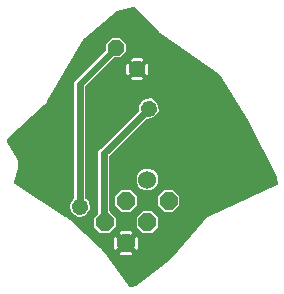
<source format=gbr>
G04 EAGLE Gerber RS-274X export*
G75*
%MOMM*%
%FSLAX34Y34*%
%LPD*%
%INBottom Copper*%
%IPPOS*%
%AMOC8*
5,1,8,0,0,1.08239X$1,22.5*%
G01*
%ADD10P,1.429621X8X337.500000*%
%ADD11P,1.429621X8X77.500000*%
%ADD12C,1.524000*%
%ADD13P,1.649562X8X247.500000*%
%ADD14C,0.609600*%

G36*
X179495Y56690D02*
X179495Y56690D01*
X179606Y56687D01*
X179687Y56701D01*
X179731Y56703D01*
X179772Y56715D01*
X179847Y56728D01*
X183011Y57535D01*
X183012Y57535D01*
X183164Y57593D01*
X183337Y57659D01*
X183545Y57789D01*
X204364Y73290D01*
X204381Y73306D01*
X204412Y73327D01*
X213732Y80866D01*
X213747Y80881D01*
X213764Y80893D01*
X213937Y81066D01*
X239832Y111670D01*
X239911Y111789D01*
X239996Y111905D01*
X240012Y111939D01*
X240025Y111960D01*
X240042Y112006D01*
X240077Y112081D01*
X241284Y113387D01*
X241299Y113408D01*
X241327Y113437D01*
X242480Y114799D01*
X242552Y114848D01*
X242675Y114922D01*
X242702Y114948D01*
X242723Y114962D01*
X242757Y114998D01*
X242817Y115054D01*
X244432Y115799D01*
X244454Y115813D01*
X244492Y115828D01*
X246077Y116645D01*
X246163Y116663D01*
X246304Y116685D01*
X246340Y116698D01*
X246363Y116703D01*
X246409Y116723D01*
X246534Y116769D01*
X302608Y142650D01*
X302753Y142738D01*
X302901Y142828D01*
X302903Y142830D01*
X302905Y142831D01*
X303024Y142948D01*
X303151Y143071D01*
X303152Y143073D01*
X303154Y143075D01*
X303247Y143221D01*
X303338Y143364D01*
X303339Y143367D01*
X303341Y143369D01*
X303395Y143526D01*
X303454Y143693D01*
X303455Y143696D01*
X303456Y143699D01*
X303473Y143862D01*
X303493Y144039D01*
X303492Y144043D01*
X303493Y144045D01*
X303491Y144056D01*
X303472Y144283D01*
X302686Y148997D01*
X302657Y149097D01*
X302638Y149201D01*
X302603Y149287D01*
X302590Y149332D01*
X302571Y149365D01*
X302546Y149427D01*
X278180Y198159D01*
X278154Y198199D01*
X278110Y198286D01*
X254264Y236439D01*
X254258Y236446D01*
X254254Y236454D01*
X254150Y236582D01*
X254046Y236711D01*
X254040Y236717D01*
X254034Y236723D01*
X253846Y236879D01*
X206041Y270343D01*
X206002Y270364D01*
X205968Y270391D01*
X205750Y270502D01*
X205064Y270786D01*
X204359Y271492D01*
X204350Y271499D01*
X204344Y271507D01*
X204155Y271663D01*
X203337Y272235D01*
X202939Y272861D01*
X202911Y272895D01*
X202890Y272933D01*
X202731Y273119D01*
X182405Y293446D01*
X182297Y293531D01*
X182193Y293622D01*
X182161Y293640D01*
X182132Y293662D01*
X182007Y293721D01*
X181885Y293786D01*
X181850Y293795D01*
X181817Y293811D01*
X181682Y293840D01*
X181548Y293876D01*
X181512Y293877D01*
X181476Y293884D01*
X181338Y293882D01*
X181200Y293886D01*
X181156Y293879D01*
X181128Y293878D01*
X181079Y293866D01*
X180959Y293846D01*
X167617Y290511D01*
X167575Y290495D01*
X167530Y290486D01*
X167412Y290434D01*
X167291Y290388D01*
X167253Y290363D01*
X167211Y290344D01*
X167012Y290203D01*
X140136Y267807D01*
X140041Y267707D01*
X139941Y267612D01*
X139915Y267575D01*
X139896Y267555D01*
X139871Y267512D01*
X139800Y267412D01*
X108125Y213807D01*
X108104Y213762D01*
X108050Y213663D01*
X107602Y212679D01*
X107470Y212391D01*
X107223Y212160D01*
X107161Y212088D01*
X107092Y212022D01*
X107029Y211933D01*
X106998Y211895D01*
X106983Y211866D01*
X106951Y211822D01*
X106779Y211531D01*
X105662Y210691D01*
X105626Y210657D01*
X105537Y210587D01*
X74570Y181684D01*
X74560Y181672D01*
X74548Y181663D01*
X74447Y181540D01*
X74344Y181418D01*
X74337Y181405D01*
X74327Y181393D01*
X74257Y181249D01*
X74184Y181109D01*
X74181Y181094D01*
X74174Y181080D01*
X74138Y180925D01*
X74099Y180771D01*
X74099Y180756D01*
X74096Y180741D01*
X74096Y180580D01*
X74093Y180422D01*
X74096Y180407D01*
X74096Y180392D01*
X74133Y180238D01*
X74166Y180082D01*
X74173Y180068D01*
X74176Y180053D01*
X74278Y179830D01*
X82448Y165125D01*
X82459Y165108D01*
X82473Y165081D01*
X83434Y163478D01*
X83437Y163469D01*
X83472Y163322D01*
X83483Y163296D01*
X83488Y163278D01*
X83510Y163237D01*
X83521Y163214D01*
X83732Y161373D01*
X83737Y161353D01*
X83739Y161322D01*
X84014Y159475D01*
X84013Y159465D01*
X83988Y159316D01*
X83989Y159288D01*
X83987Y159269D01*
X83991Y159223D01*
X83992Y159197D01*
X83483Y157416D01*
X83480Y157396D01*
X83470Y157367D01*
X80459Y145323D01*
X80443Y145201D01*
X80419Y145080D01*
X80421Y145029D01*
X80414Y144977D01*
X80426Y144855D01*
X80430Y144732D01*
X80443Y144682D01*
X80448Y144630D01*
X80488Y144514D01*
X80520Y144395D01*
X80544Y144350D01*
X80561Y144301D01*
X80626Y144196D01*
X80683Y144088D01*
X80718Y144049D01*
X80745Y144005D01*
X80832Y143918D01*
X80913Y143825D01*
X80965Y143785D01*
X80992Y143759D01*
X81032Y143734D01*
X81107Y143676D01*
X123780Y115939D01*
X123828Y115915D01*
X123872Y115883D01*
X124086Y115786D01*
X124092Y115784D01*
X124093Y115783D01*
X124095Y115782D01*
X124719Y115558D01*
X125515Y114834D01*
X125516Y114834D01*
X125516Y114833D01*
X125710Y114684D01*
X126612Y114098D01*
X126988Y113550D01*
X127023Y113510D01*
X127052Y113464D01*
X127213Y113292D01*
X127217Y113288D01*
X127218Y113287D01*
X127219Y113285D01*
X153325Y89553D01*
X153344Y89539D01*
X153360Y89522D01*
X153558Y89379D01*
X154326Y88911D01*
X154823Y88232D01*
X154844Y88210D01*
X154861Y88183D01*
X155028Y88005D01*
X155650Y87439D01*
X156034Y86625D01*
X156046Y86605D01*
X156054Y86583D01*
X156182Y86375D01*
X176897Y58066D01*
X176914Y58048D01*
X176928Y58026D01*
X177033Y57920D01*
X177134Y57811D01*
X177155Y57796D01*
X177173Y57778D01*
X177375Y57641D01*
X178719Y56879D01*
X178822Y56835D01*
X178920Y56784D01*
X178982Y56768D01*
X179040Y56743D01*
X179150Y56724D01*
X179257Y56696D01*
X179321Y56694D01*
X179384Y56683D01*
X179495Y56690D01*
G37*
%LPC*%
G36*
X128542Y119776D02*
X128542Y119776D01*
X127372Y126407D01*
X131114Y131751D01*
X131193Y131898D01*
X131275Y132046D01*
X131277Y132052D01*
X131280Y132058D01*
X131323Y132216D01*
X131370Y132381D01*
X131371Y132389D01*
X131372Y132394D01*
X131373Y132416D01*
X131390Y132625D01*
X131390Y229508D01*
X132086Y231189D01*
X133586Y232690D01*
X157959Y257062D01*
X158037Y257161D01*
X158122Y257255D01*
X158145Y257297D01*
X158175Y257335D01*
X158229Y257449D01*
X158291Y257560D01*
X158304Y257607D01*
X158324Y257650D01*
X158351Y257774D01*
X158385Y257896D01*
X158390Y257956D01*
X158398Y257991D01*
X158397Y258039D01*
X158405Y258139D01*
X158405Y262537D01*
X163167Y267299D01*
X169901Y267299D01*
X174662Y262537D01*
X174662Y255803D01*
X169901Y251042D01*
X165503Y251042D01*
X165377Y251027D01*
X165251Y251021D01*
X165205Y251007D01*
X165157Y251002D01*
X165038Y250959D01*
X164916Y250924D01*
X164874Y250900D01*
X164828Y250884D01*
X164722Y250816D01*
X164612Y250754D01*
X164566Y250715D01*
X164536Y250695D01*
X164502Y250660D01*
X164426Y250595D01*
X140981Y227151D01*
X140903Y227052D01*
X140818Y226958D01*
X140795Y226916D01*
X140765Y226878D01*
X140711Y226764D01*
X140649Y226653D01*
X140636Y226606D01*
X140616Y226563D01*
X140589Y226439D01*
X140555Y226318D01*
X140550Y226257D01*
X140542Y226222D01*
X140543Y226174D01*
X140535Y226074D01*
X140535Y132017D01*
X140545Y131933D01*
X140545Y131848D01*
X140565Y131761D01*
X140575Y131671D01*
X140604Y131591D01*
X140623Y131509D01*
X140662Y131428D01*
X140692Y131343D01*
X140739Y131272D01*
X140776Y131196D01*
X140833Y131126D01*
X140881Y131050D01*
X140943Y130991D01*
X140996Y130926D01*
X141096Y130843D01*
X141132Y130808D01*
X141154Y130795D01*
X141185Y130770D01*
X143383Y129230D01*
X144552Y122599D01*
X140690Y117083D01*
X134058Y115913D01*
X128542Y119776D01*
G37*
%LPD*%
%LPC*%
G36*
X153421Y102525D02*
X153421Y102525D01*
X148065Y107882D01*
X148065Y115458D01*
X151298Y118691D01*
X151376Y118790D01*
X151461Y118883D01*
X151484Y118926D01*
X151514Y118964D01*
X151568Y119078D01*
X151629Y119189D01*
X151642Y119235D01*
X151663Y119279D01*
X151690Y119402D01*
X151724Y119524D01*
X151729Y119585D01*
X151736Y119619D01*
X151736Y119667D01*
X151744Y119768D01*
X151744Y170717D01*
X152440Y172398D01*
X153940Y173898D01*
X185691Y205649D01*
X185744Y205715D01*
X185804Y205775D01*
X185852Y205851D01*
X185907Y205922D01*
X185944Y205999D01*
X185989Y206071D01*
X186018Y206156D01*
X186056Y206237D01*
X186074Y206320D01*
X186102Y206400D01*
X186111Y206490D01*
X186130Y206578D01*
X186128Y206662D01*
X186137Y206747D01*
X186125Y206876D01*
X186124Y206926D01*
X186118Y206951D01*
X186114Y206990D01*
X185648Y209633D01*
X189510Y215149D01*
X196142Y216319D01*
X201658Y212456D01*
X202828Y205825D01*
X198965Y200308D01*
X192541Y199176D01*
X192381Y199128D01*
X192219Y199081D01*
X192213Y199078D01*
X192207Y199076D01*
X192062Y198993D01*
X191914Y198911D01*
X191909Y198906D01*
X191904Y198903D01*
X191887Y198888D01*
X191728Y198753D01*
X161335Y168360D01*
X161257Y168261D01*
X161172Y168167D01*
X161149Y168125D01*
X161119Y168087D01*
X161065Y167973D01*
X161004Y167862D01*
X160990Y167815D01*
X160970Y167772D01*
X160943Y167648D01*
X160909Y167526D01*
X160904Y167466D01*
X160896Y167431D01*
X160897Y167383D01*
X160889Y167283D01*
X160889Y121553D01*
X160904Y121428D01*
X160910Y121302D01*
X160924Y121255D01*
X160929Y121207D01*
X160972Y121088D01*
X161007Y120967D01*
X161030Y120925D01*
X161047Y120879D01*
X161115Y120773D01*
X161177Y120662D01*
X161216Y120616D01*
X161236Y120586D01*
X161270Y120553D01*
X161335Y120476D01*
X166354Y115458D01*
X166354Y107882D01*
X160997Y102525D01*
X153421Y102525D01*
G37*
%LPD*%
%LPC*%
G36*
X207303Y120486D02*
X207303Y120486D01*
X201946Y125842D01*
X201946Y133418D01*
X207303Y138775D01*
X214879Y138775D01*
X220235Y133418D01*
X220235Y125842D01*
X214879Y120486D01*
X207303Y120486D01*
G37*
%LPD*%
%LPC*%
G36*
X171382Y120486D02*
X171382Y120486D01*
X166025Y125842D01*
X166025Y133418D01*
X171382Y138775D01*
X178958Y138775D01*
X184314Y133418D01*
X184314Y125842D01*
X178958Y120486D01*
X171382Y120486D01*
G37*
%LPD*%
%LPC*%
G36*
X189342Y102525D02*
X189342Y102525D01*
X183986Y107882D01*
X183986Y115458D01*
X189342Y120814D01*
X196918Y120814D01*
X202275Y115458D01*
X202275Y107882D01*
X196918Y102525D01*
X189342Y102525D01*
G37*
%LPD*%
%LPC*%
G36*
X191311Y138446D02*
X191311Y138446D01*
X187950Y139838D01*
X185378Y142411D01*
X183986Y145772D01*
X183986Y149410D01*
X185378Y152771D01*
X187950Y155343D01*
X191311Y156735D01*
X194949Y156735D01*
X198310Y155343D01*
X200883Y152771D01*
X202275Y149410D01*
X202275Y145772D01*
X200883Y142411D01*
X198310Y139838D01*
X194949Y138446D01*
X191311Y138446D01*
G37*
%LPD*%
%LPC*%
G36*
X169781Y102689D02*
X169781Y102689D01*
X170961Y103870D01*
X179378Y103870D01*
X180559Y102689D01*
X175170Y97300D01*
X169781Y102689D01*
G37*
%LPD*%
%LPC*%
G36*
X178761Y93709D02*
X178761Y93709D01*
X184150Y99098D01*
X185330Y97918D01*
X185330Y89500D01*
X184150Y88320D01*
X178761Y93709D01*
G37*
%LPD*%
%LPC*%
G36*
X165009Y89500D02*
X165009Y89500D01*
X165009Y97918D01*
X166189Y99098D01*
X171579Y93709D01*
X166189Y88320D01*
X165009Y89500D01*
G37*
%LPD*%
%LPC*%
G36*
X170961Y83549D02*
X170961Y83549D01*
X169781Y84729D01*
X175170Y90118D01*
X180559Y84729D01*
X179378Y83549D01*
X170961Y83549D01*
G37*
%LPD*%
%LPC*%
G36*
X179464Y249112D02*
X179464Y249112D01*
X180706Y250354D01*
X188282Y250354D01*
X189524Y249112D01*
X184494Y244082D01*
X179464Y249112D01*
G37*
%LPD*%
%LPC*%
G36*
X187367Y241210D02*
X187367Y241210D01*
X192397Y246240D01*
X193639Y244998D01*
X193639Y237422D01*
X192397Y236180D01*
X187367Y241210D01*
G37*
%LPD*%
%LPC*%
G36*
X175350Y237422D02*
X175350Y237422D01*
X175350Y244998D01*
X176592Y246240D01*
X181622Y241210D01*
X176592Y236180D01*
X175350Y237422D01*
G37*
%LPD*%
%LPC*%
G36*
X180706Y232065D02*
X180706Y232065D01*
X179464Y233307D01*
X184494Y238337D01*
X189524Y233307D01*
X188282Y232065D01*
X180706Y232065D01*
G37*
%LPD*%
D10*
X166534Y259170D03*
X184494Y241210D03*
D11*
X135962Y124503D03*
X194238Y207729D03*
D12*
X193130Y147591D03*
D13*
X175170Y129630D03*
X157209Y111670D03*
X211091Y129630D03*
X193130Y111670D03*
X175170Y93709D03*
D14*
X135962Y228599D02*
X166534Y259170D01*
X135962Y228599D02*
X135962Y124503D01*
X156316Y169808D02*
X194238Y207729D01*
X156316Y169808D02*
X156316Y112563D01*
X157209Y111670D01*
M02*

</source>
